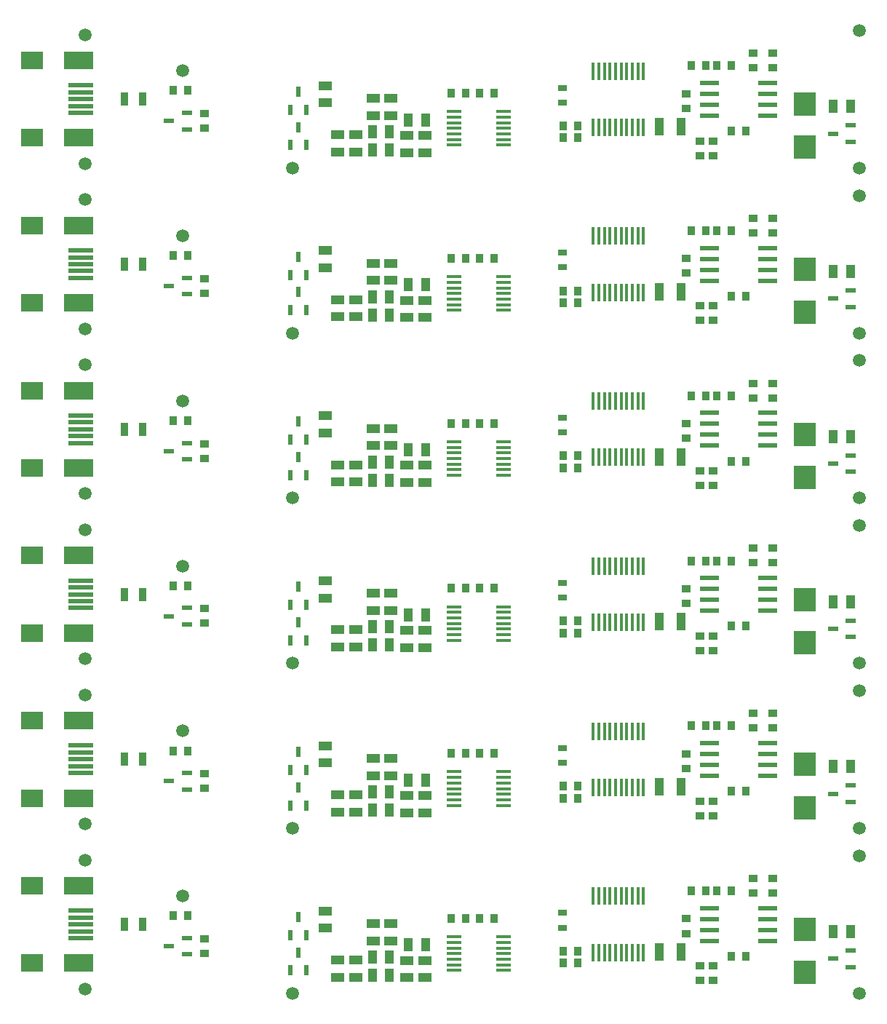
<source format=gtp>
%FSLAX44Y44*%
%MOMM*%
G71*
G01*
G75*
G04 Layer_Color=8421504*
%ADD10R,3.0000X0.5000*%
%ADD11R,2.5000X2.0000*%
%ADD12R,3.5000X2.0000*%
%ADD13R,0.9000X1.0000*%
%ADD14R,1.7000X0.3500*%
%ADD15R,2.2000X0.6000*%
%ADD16R,0.3500X2.1500*%
%ADD17R,0.3500X2.1500*%
%ADD18R,1.0000X2.0000*%
%ADD19R,1.3000X0.6000*%
%ADD20C,1.5000*%
%ADD21R,1.0000X0.9000*%
%ADD22R,1.0000X1.5000*%
%ADD23R,1.5000X1.0000*%
%ADD24R,0.9000X1.5000*%
%ADD25R,2.6000X2.8000*%
%ADD26R,1.0000X0.8000*%
%ADD27R,0.6000X1.3000*%
%ADD28C,0.3000*%
%ADD29C,0.4000*%
%ADD30C,0.5000*%
%ADD31C,0.2500*%
%ADD32C,0.3500*%
%ADD33C,1.0000*%
%ADD34C,0.6000*%
%ADD35C,2.4000*%
%ADD36R,2.0000X2.0000*%
%ADD37C,0.9000*%
%ADD38O,1.1000X1.3000*%
%ADD39O,1.3000X1.1000*%
%ADD40O,2.2000X1.6000*%
%ADD41R,2.2000X2.0000*%
%ADD42C,0.8000*%
%ADD43C,0.7000*%
%ADD44R,0.4500X0.3000*%
%ADD45R,0.3000X0.4500*%
%ADD46R,2.0000X0.3500*%
%ADD47R,0.8000X0.8000*%
%ADD48R,1.2000X1.6000*%
%ADD49R,2.0000X1.2000*%
%ADD50R,0.6000X1.6000*%
%ADD51R,0.7000X2.0000*%
G04:AMPARAMS|DCode=52|XSize=2mm|YSize=3.4mm|CornerRadius=0mm|HoleSize=0mm|Usage=FLASHONLY|Rotation=0.000|XOffset=0mm|YOffset=0mm|HoleType=Round|Shape=Octagon|*
%AMOCTAGOND52*
4,1,8,-0.5000,1.7000,0.5000,1.7000,1.0000,1.2000,1.0000,-1.2000,0.5000,-1.7000,-0.5000,-1.7000,-1.0000,-1.2000,-1.0000,1.2000,-0.5000,1.7000,0.0*
%
%ADD52OCTAGOND52*%

%ADD53C,0.3400*%
%ADD54C,0.2000*%
%ADD55C,0.1000*%
%ADD56C,0.1500*%
%ADD57C,0.2540*%
D10*
X154000Y78000D02*
D03*
Y86000D02*
D03*
Y110000D02*
D03*
Y102000D02*
D03*
Y94000D02*
D03*
Y270000D02*
D03*
Y278000D02*
D03*
Y302000D02*
D03*
Y294000D02*
D03*
Y286000D02*
D03*
Y462000D02*
D03*
Y470000D02*
D03*
Y494000D02*
D03*
Y486000D02*
D03*
Y478000D02*
D03*
Y654000D02*
D03*
Y662000D02*
D03*
Y686000D02*
D03*
Y678000D02*
D03*
Y670000D02*
D03*
Y846000D02*
D03*
Y854000D02*
D03*
Y878000D02*
D03*
Y870000D02*
D03*
Y862000D02*
D03*
Y1038000D02*
D03*
Y1046000D02*
D03*
Y1070000D02*
D03*
Y1062000D02*
D03*
Y1054000D02*
D03*
D11*
X97000Y49000D02*
D03*
Y139000D02*
D03*
Y241000D02*
D03*
Y331000D02*
D03*
Y433000D02*
D03*
Y523000D02*
D03*
Y625000D02*
D03*
Y715000D02*
D03*
Y817000D02*
D03*
Y907000D02*
D03*
Y1009000D02*
D03*
Y1099000D02*
D03*
D12*
X151000Y139000D02*
D03*
Y49000D02*
D03*
Y331000D02*
D03*
Y241000D02*
D03*
Y523000D02*
D03*
Y433000D02*
D03*
Y715000D02*
D03*
Y625000D02*
D03*
Y907000D02*
D03*
Y817000D02*
D03*
Y1099000D02*
D03*
Y1009000D02*
D03*
D13*
X634499Y101000D02*
D03*
X617499D02*
D03*
X584499D02*
D03*
X601499D02*
D03*
X732000Y49000D02*
D03*
X715000D02*
D03*
X911000Y57000D02*
D03*
X928000D02*
D03*
X911000Y133000D02*
D03*
X894000D02*
D03*
X732000Y63000D02*
D03*
X715000D02*
D03*
X278500Y104000D02*
D03*
X261500D02*
D03*
X881000Y133000D02*
D03*
X864000D02*
D03*
X634499Y293000D02*
D03*
X617499D02*
D03*
X584499D02*
D03*
X601499D02*
D03*
X732000Y241000D02*
D03*
X715000D02*
D03*
X911000Y249000D02*
D03*
X928000D02*
D03*
X911000Y325000D02*
D03*
X894000D02*
D03*
X732000Y255000D02*
D03*
X715000D02*
D03*
X278500Y296000D02*
D03*
X261500D02*
D03*
X881000Y325000D02*
D03*
X864000D02*
D03*
X634499Y485000D02*
D03*
X617499D02*
D03*
X584499D02*
D03*
X601499D02*
D03*
X732000Y433000D02*
D03*
X715000D02*
D03*
X911000Y441000D02*
D03*
X928000D02*
D03*
X911000Y517000D02*
D03*
X894000D02*
D03*
X732000Y447000D02*
D03*
X715000D02*
D03*
X278500Y488000D02*
D03*
X261500D02*
D03*
X881000Y517000D02*
D03*
X864000D02*
D03*
X634499Y677000D02*
D03*
X617499D02*
D03*
X584499D02*
D03*
X601499D02*
D03*
X732000Y625000D02*
D03*
X715000D02*
D03*
X911000Y633000D02*
D03*
X928000D02*
D03*
X911000Y709000D02*
D03*
X894000D02*
D03*
X732000Y639000D02*
D03*
X715000D02*
D03*
X278500Y680000D02*
D03*
X261500D02*
D03*
X881000Y709000D02*
D03*
X864000D02*
D03*
X634499Y869000D02*
D03*
X617499D02*
D03*
X584499D02*
D03*
X601499D02*
D03*
X732000Y817000D02*
D03*
X715000D02*
D03*
X911000Y825000D02*
D03*
X928000D02*
D03*
X911000Y901000D02*
D03*
X894000D02*
D03*
X732000Y831000D02*
D03*
X715000D02*
D03*
X278500Y872000D02*
D03*
X261500D02*
D03*
X881000Y901000D02*
D03*
X864000D02*
D03*
X634499Y1061000D02*
D03*
X617499D02*
D03*
X584499D02*
D03*
X601499D02*
D03*
X732000Y1009000D02*
D03*
X715000D02*
D03*
X911000Y1017000D02*
D03*
X928000D02*
D03*
X911000Y1093000D02*
D03*
X894000D02*
D03*
X732000Y1023000D02*
D03*
X715000D02*
D03*
X278500Y1064000D02*
D03*
X261500D02*
D03*
X881000Y1093000D02*
D03*
X864000D02*
D03*
D14*
X588499Y79500D02*
D03*
Y73000D02*
D03*
Y66500D02*
D03*
Y60000D02*
D03*
Y53500D02*
D03*
Y47000D02*
D03*
Y40500D02*
D03*
X645499Y79500D02*
D03*
Y73000D02*
D03*
Y66500D02*
D03*
Y60000D02*
D03*
Y53500D02*
D03*
Y47000D02*
D03*
Y40500D02*
D03*
X588499Y271500D02*
D03*
Y265000D02*
D03*
Y258500D02*
D03*
Y252000D02*
D03*
Y245500D02*
D03*
Y239000D02*
D03*
Y232500D02*
D03*
X645499Y271500D02*
D03*
Y265000D02*
D03*
Y258500D02*
D03*
Y252000D02*
D03*
Y245500D02*
D03*
Y239000D02*
D03*
Y232500D02*
D03*
X588499Y463500D02*
D03*
Y457000D02*
D03*
Y450500D02*
D03*
Y444000D02*
D03*
Y437500D02*
D03*
Y431000D02*
D03*
Y424500D02*
D03*
X645499Y463500D02*
D03*
Y457000D02*
D03*
Y450500D02*
D03*
Y444000D02*
D03*
Y437500D02*
D03*
Y431000D02*
D03*
Y424500D02*
D03*
X588499Y655500D02*
D03*
Y649000D02*
D03*
Y642500D02*
D03*
Y636000D02*
D03*
Y629500D02*
D03*
Y623000D02*
D03*
Y616500D02*
D03*
X645499Y655500D02*
D03*
Y649000D02*
D03*
Y642500D02*
D03*
Y636000D02*
D03*
Y629500D02*
D03*
Y623000D02*
D03*
Y616500D02*
D03*
X588499Y847500D02*
D03*
Y841000D02*
D03*
Y834500D02*
D03*
Y828000D02*
D03*
Y821500D02*
D03*
Y815000D02*
D03*
Y808500D02*
D03*
X645499Y847500D02*
D03*
Y841000D02*
D03*
Y834500D02*
D03*
Y828000D02*
D03*
Y821500D02*
D03*
Y815000D02*
D03*
Y808500D02*
D03*
X588499Y1039500D02*
D03*
Y1033000D02*
D03*
Y1026500D02*
D03*
Y1020000D02*
D03*
Y1013500D02*
D03*
Y1007000D02*
D03*
Y1000500D02*
D03*
X645499Y1039500D02*
D03*
Y1033000D02*
D03*
Y1026500D02*
D03*
Y1020000D02*
D03*
Y1013500D02*
D03*
Y1007000D02*
D03*
Y1000500D02*
D03*
D15*
X885500Y113050D02*
D03*
Y100350D02*
D03*
Y87650D02*
D03*
Y74950D02*
D03*
X953500Y113050D02*
D03*
Y100350D02*
D03*
Y87650D02*
D03*
Y74950D02*
D03*
X885500Y305050D02*
D03*
Y292350D02*
D03*
Y279650D02*
D03*
Y266950D02*
D03*
X953500Y305050D02*
D03*
Y292350D02*
D03*
Y279650D02*
D03*
Y266950D02*
D03*
X885500Y497050D02*
D03*
Y484350D02*
D03*
Y471650D02*
D03*
Y458950D02*
D03*
X953500Y497050D02*
D03*
Y484350D02*
D03*
Y471650D02*
D03*
Y458950D02*
D03*
X885500Y689050D02*
D03*
Y676350D02*
D03*
Y663650D02*
D03*
Y650950D02*
D03*
X953500Y689050D02*
D03*
Y676350D02*
D03*
Y663650D02*
D03*
Y650950D02*
D03*
X885500Y881050D02*
D03*
Y868350D02*
D03*
Y855650D02*
D03*
Y842950D02*
D03*
X953500Y881050D02*
D03*
Y868350D02*
D03*
Y855650D02*
D03*
Y842950D02*
D03*
X885500Y1073050D02*
D03*
Y1060350D02*
D03*
Y1047650D02*
D03*
Y1034950D02*
D03*
X953500Y1073050D02*
D03*
Y1060350D02*
D03*
Y1047650D02*
D03*
Y1034950D02*
D03*
D16*
X808750Y126750D02*
D03*
X802250D02*
D03*
X795750D02*
D03*
X789250D02*
D03*
X782750D02*
D03*
X776250D02*
D03*
X769750D02*
D03*
X763250D02*
D03*
X756750D02*
D03*
X750250D02*
D03*
X808750Y61250D02*
D03*
X802250D02*
D03*
X795750D02*
D03*
X789250D02*
D03*
X782750D02*
D03*
X776250D02*
D03*
X769750D02*
D03*
X763250D02*
D03*
X756750D02*
D03*
X808750Y318750D02*
D03*
X802250D02*
D03*
X795750D02*
D03*
X789250D02*
D03*
X782750D02*
D03*
X776250D02*
D03*
X769750D02*
D03*
X763250D02*
D03*
X756750D02*
D03*
X750250D02*
D03*
X808750Y253250D02*
D03*
X802250D02*
D03*
X795750D02*
D03*
X789250D02*
D03*
X782750D02*
D03*
X776250D02*
D03*
X769750D02*
D03*
X763250D02*
D03*
X756750D02*
D03*
X808750Y510750D02*
D03*
X802250D02*
D03*
X795750D02*
D03*
X789250D02*
D03*
X782750D02*
D03*
X776250D02*
D03*
X769750D02*
D03*
X763250D02*
D03*
X756750D02*
D03*
X750250D02*
D03*
X808750Y445250D02*
D03*
X802250D02*
D03*
X795750D02*
D03*
X789250D02*
D03*
X782750D02*
D03*
X776250D02*
D03*
X769750D02*
D03*
X763250D02*
D03*
X756750D02*
D03*
X808750Y702750D02*
D03*
X802250D02*
D03*
X795750D02*
D03*
X789250D02*
D03*
X782750D02*
D03*
X776250D02*
D03*
X769750D02*
D03*
X763250D02*
D03*
X756750D02*
D03*
X750250D02*
D03*
X808750Y637250D02*
D03*
X802250D02*
D03*
X795750D02*
D03*
X789250D02*
D03*
X782750D02*
D03*
X776250D02*
D03*
X769750D02*
D03*
X763250D02*
D03*
X756750D02*
D03*
X808750Y894750D02*
D03*
X802250D02*
D03*
X795750D02*
D03*
X789250D02*
D03*
X782750D02*
D03*
X776250D02*
D03*
X769750D02*
D03*
X763250D02*
D03*
X756750D02*
D03*
X750250D02*
D03*
X808750Y829250D02*
D03*
X802250D02*
D03*
X795750D02*
D03*
X789250D02*
D03*
X782750D02*
D03*
X776250D02*
D03*
X769750D02*
D03*
X763250D02*
D03*
X756750D02*
D03*
X808750Y1086750D02*
D03*
X802250D02*
D03*
X795750D02*
D03*
X789250D02*
D03*
X782750D02*
D03*
X776250D02*
D03*
X769750D02*
D03*
X763250D02*
D03*
X756750D02*
D03*
X750250D02*
D03*
X808750Y1021250D02*
D03*
X802250D02*
D03*
X795750D02*
D03*
X789250D02*
D03*
X782750D02*
D03*
X776250D02*
D03*
X769750D02*
D03*
X763250D02*
D03*
X756750D02*
D03*
D17*
X750250Y61250D02*
D03*
Y253250D02*
D03*
Y445250D02*
D03*
Y637250D02*
D03*
Y829250D02*
D03*
Y1021250D02*
D03*
D18*
X852200Y62000D02*
D03*
X826800D02*
D03*
X852200Y254000D02*
D03*
X826800D02*
D03*
X852200Y446000D02*
D03*
X826800D02*
D03*
X852200Y638000D02*
D03*
X826800D02*
D03*
X852200Y830000D02*
D03*
X826800D02*
D03*
X852200Y1022000D02*
D03*
X826800D02*
D03*
D19*
X277500Y59000D02*
D03*
Y78000D02*
D03*
X256500Y68500D02*
D03*
X1050000Y44500D02*
D03*
Y63500D02*
D03*
X1029000Y54000D02*
D03*
X277500Y251000D02*
D03*
Y270000D02*
D03*
X256500Y260500D02*
D03*
X1050000Y236500D02*
D03*
Y255500D02*
D03*
X1029000Y246000D02*
D03*
X277500Y443000D02*
D03*
Y462000D02*
D03*
X256500Y452500D02*
D03*
X1050000Y428500D02*
D03*
Y447500D02*
D03*
X1029000Y438000D02*
D03*
X277500Y635000D02*
D03*
Y654000D02*
D03*
X256500Y644500D02*
D03*
X1050000Y620500D02*
D03*
Y639500D02*
D03*
X1029000Y630000D02*
D03*
X277500Y827000D02*
D03*
Y846000D02*
D03*
X256500Y836500D02*
D03*
X1050000Y812500D02*
D03*
Y831500D02*
D03*
X1029000Y822000D02*
D03*
X277500Y1019000D02*
D03*
Y1038000D02*
D03*
X256500Y1028500D02*
D03*
X1050000Y1004500D02*
D03*
Y1023500D02*
D03*
X1029000Y1014000D02*
D03*
D20*
X272500Y127000D02*
D03*
X400000Y14000D02*
D03*
X1060000D02*
D03*
Y174000D02*
D03*
X159000Y19000D02*
D03*
Y169000D02*
D03*
X272500Y319000D02*
D03*
X400000Y206000D02*
D03*
X1060000D02*
D03*
Y366000D02*
D03*
X159000Y211000D02*
D03*
Y361000D02*
D03*
X272500Y511000D02*
D03*
X400000Y398000D02*
D03*
X1060000D02*
D03*
Y558000D02*
D03*
X159000Y403000D02*
D03*
Y553000D02*
D03*
X272500Y703000D02*
D03*
X400000Y590000D02*
D03*
X1060000D02*
D03*
Y750000D02*
D03*
X159000Y595000D02*
D03*
Y745000D02*
D03*
X272500Y895000D02*
D03*
X400000Y782000D02*
D03*
X1060000D02*
D03*
Y942000D02*
D03*
X159000Y787000D02*
D03*
Y937000D02*
D03*
X272500Y1087000D02*
D03*
X400000Y974000D02*
D03*
X1060000D02*
D03*
Y1134000D02*
D03*
X159000Y979000D02*
D03*
Y1129000D02*
D03*
D21*
X858500Y83500D02*
D03*
Y100500D02*
D03*
X874500Y45500D02*
D03*
Y28500D02*
D03*
X297750Y77250D02*
D03*
Y60250D02*
D03*
X936500Y130500D02*
D03*
Y147500D02*
D03*
X959500Y130500D02*
D03*
Y147500D02*
D03*
X889500Y45500D02*
D03*
Y28500D02*
D03*
X858500Y275500D02*
D03*
Y292500D02*
D03*
X874500Y237500D02*
D03*
Y220500D02*
D03*
X297750Y269250D02*
D03*
Y252250D02*
D03*
X936500Y322500D02*
D03*
Y339500D02*
D03*
X959500Y322500D02*
D03*
Y339500D02*
D03*
X889500Y237500D02*
D03*
Y220500D02*
D03*
X858500Y467500D02*
D03*
Y484500D02*
D03*
X874500Y429500D02*
D03*
Y412500D02*
D03*
X297750Y461250D02*
D03*
Y444250D02*
D03*
X936500Y514500D02*
D03*
Y531500D02*
D03*
X959500Y514500D02*
D03*
Y531500D02*
D03*
X889500Y429500D02*
D03*
Y412500D02*
D03*
X858500Y659500D02*
D03*
Y676500D02*
D03*
X874500Y621500D02*
D03*
Y604500D02*
D03*
X297750Y653250D02*
D03*
Y636250D02*
D03*
X936500Y706500D02*
D03*
Y723500D02*
D03*
X959500Y706500D02*
D03*
Y723500D02*
D03*
X889500Y621500D02*
D03*
Y604500D02*
D03*
X858500Y851500D02*
D03*
Y868500D02*
D03*
X874500Y813500D02*
D03*
Y796500D02*
D03*
X297750Y845250D02*
D03*
Y828250D02*
D03*
X936500Y898500D02*
D03*
Y915500D02*
D03*
X959500Y898500D02*
D03*
Y915500D02*
D03*
X889500Y813500D02*
D03*
Y796500D02*
D03*
X858500Y1043500D02*
D03*
Y1060500D02*
D03*
X874500Y1005500D02*
D03*
Y988500D02*
D03*
X297750Y1037250D02*
D03*
Y1020250D02*
D03*
X936500Y1090500D02*
D03*
Y1107500D02*
D03*
X959500Y1090500D02*
D03*
Y1107500D02*
D03*
X889500Y1005500D02*
D03*
Y988500D02*
D03*
D22*
X512999Y35000D02*
D03*
X492999D02*
D03*
Y56000D02*
D03*
X512999D02*
D03*
X534999Y70000D02*
D03*
X554999D02*
D03*
X1029750Y85500D02*
D03*
X1049750D02*
D03*
X512999Y227000D02*
D03*
X492999D02*
D03*
Y248000D02*
D03*
X512999D02*
D03*
X534999Y262000D02*
D03*
X554999D02*
D03*
X1029750Y277500D02*
D03*
X1049750D02*
D03*
X512999Y419000D02*
D03*
X492999D02*
D03*
Y440000D02*
D03*
X512999D02*
D03*
X534999Y454000D02*
D03*
X554999D02*
D03*
X1029750Y469500D02*
D03*
X1049750D02*
D03*
X512999Y611000D02*
D03*
X492999D02*
D03*
Y632000D02*
D03*
X512999D02*
D03*
X534999Y646000D02*
D03*
X554999D02*
D03*
X1029750Y661500D02*
D03*
X1049750D02*
D03*
X512999Y803000D02*
D03*
X492999D02*
D03*
Y824000D02*
D03*
X512999D02*
D03*
X534999Y838000D02*
D03*
X554999D02*
D03*
X1029750Y853500D02*
D03*
X1049750D02*
D03*
X512999Y995000D02*
D03*
X492999D02*
D03*
Y1016000D02*
D03*
X512999D02*
D03*
X534999Y1030000D02*
D03*
X554999D02*
D03*
X1029750Y1045500D02*
D03*
X1049750D02*
D03*
D23*
X474099Y32700D02*
D03*
Y52700D02*
D03*
X493999Y75000D02*
D03*
Y95000D02*
D03*
X553999Y32000D02*
D03*
Y52000D02*
D03*
X532999D02*
D03*
Y32000D02*
D03*
X514999Y95000D02*
D03*
Y75000D02*
D03*
X438000Y89750D02*
D03*
Y109750D02*
D03*
X452500Y52700D02*
D03*
Y32700D02*
D03*
X474099Y224700D02*
D03*
Y244700D02*
D03*
X493999Y267000D02*
D03*
Y287000D02*
D03*
X553999Y224000D02*
D03*
Y244000D02*
D03*
X532999D02*
D03*
Y224000D02*
D03*
X514999Y287000D02*
D03*
Y267000D02*
D03*
X438000Y281750D02*
D03*
Y301750D02*
D03*
X452500Y244700D02*
D03*
Y224700D02*
D03*
X474099Y416700D02*
D03*
Y436700D02*
D03*
X493999Y459000D02*
D03*
Y479000D02*
D03*
X553999Y416000D02*
D03*
Y436000D02*
D03*
X532999D02*
D03*
Y416000D02*
D03*
X514999Y479000D02*
D03*
Y459000D02*
D03*
X438000Y473750D02*
D03*
Y493750D02*
D03*
X452500Y436700D02*
D03*
Y416700D02*
D03*
X474099Y608700D02*
D03*
Y628700D02*
D03*
X493999Y651000D02*
D03*
Y671000D02*
D03*
X553999Y608000D02*
D03*
Y628000D02*
D03*
X532999D02*
D03*
Y608000D02*
D03*
X514999Y671000D02*
D03*
Y651000D02*
D03*
X438000Y665750D02*
D03*
Y685750D02*
D03*
X452500Y628700D02*
D03*
Y608700D02*
D03*
X474099Y800700D02*
D03*
Y820700D02*
D03*
X493999Y843000D02*
D03*
Y863000D02*
D03*
X553999Y800000D02*
D03*
Y820000D02*
D03*
X532999D02*
D03*
Y800000D02*
D03*
X514999Y863000D02*
D03*
Y843000D02*
D03*
X438000Y857750D02*
D03*
Y877750D02*
D03*
X452500Y820700D02*
D03*
Y800700D02*
D03*
X474099Y992700D02*
D03*
Y1012700D02*
D03*
X493999Y1035000D02*
D03*
Y1055000D02*
D03*
X553999Y992000D02*
D03*
Y1012000D02*
D03*
X532999D02*
D03*
Y992000D02*
D03*
X514999Y1055000D02*
D03*
Y1035000D02*
D03*
X438000Y1049750D02*
D03*
Y1069750D02*
D03*
X452500Y1012700D02*
D03*
Y992700D02*
D03*
D24*
X225500Y94000D02*
D03*
X204500D02*
D03*
X225500Y286000D02*
D03*
X204500D02*
D03*
X225500Y478000D02*
D03*
X204500D02*
D03*
X225500Y670000D02*
D03*
X204500D02*
D03*
X225500Y862000D02*
D03*
X204500D02*
D03*
X225500Y1054000D02*
D03*
X204500D02*
D03*
D25*
X995999Y38000D02*
D03*
Y88000D02*
D03*
Y230000D02*
D03*
Y280000D02*
D03*
Y422000D02*
D03*
Y472000D02*
D03*
Y614000D02*
D03*
Y664000D02*
D03*
Y806000D02*
D03*
Y856000D02*
D03*
Y998000D02*
D03*
Y1048000D02*
D03*
D26*
X714250Y90250D02*
D03*
Y107250D02*
D03*
Y282250D02*
D03*
Y299250D02*
D03*
Y474250D02*
D03*
Y491250D02*
D03*
Y666250D02*
D03*
Y683250D02*
D03*
Y858250D02*
D03*
Y875250D02*
D03*
Y1050250D02*
D03*
Y1067250D02*
D03*
D27*
X397500Y81750D02*
D03*
X416500D02*
D03*
X407000Y102750D02*
D03*
X397500Y40500D02*
D03*
X416500D02*
D03*
X407000Y61500D02*
D03*
X397500Y273750D02*
D03*
X416500D02*
D03*
X407000Y294750D02*
D03*
X397500Y232500D02*
D03*
X416500D02*
D03*
X407000Y253500D02*
D03*
X397500Y465750D02*
D03*
X416500D02*
D03*
X407000Y486750D02*
D03*
X397500Y424500D02*
D03*
X416500D02*
D03*
X407000Y445500D02*
D03*
X397500Y657750D02*
D03*
X416500D02*
D03*
X407000Y678750D02*
D03*
X397500Y616500D02*
D03*
X416500D02*
D03*
X407000Y637500D02*
D03*
X397500Y849750D02*
D03*
X416500D02*
D03*
X407000Y870750D02*
D03*
X397500Y808500D02*
D03*
X416500D02*
D03*
X407000Y829500D02*
D03*
X397500Y1041750D02*
D03*
X416500D02*
D03*
X407000Y1062750D02*
D03*
X397500Y1000500D02*
D03*
X416500D02*
D03*
X407000Y1021500D02*
D03*
M02*

</source>
